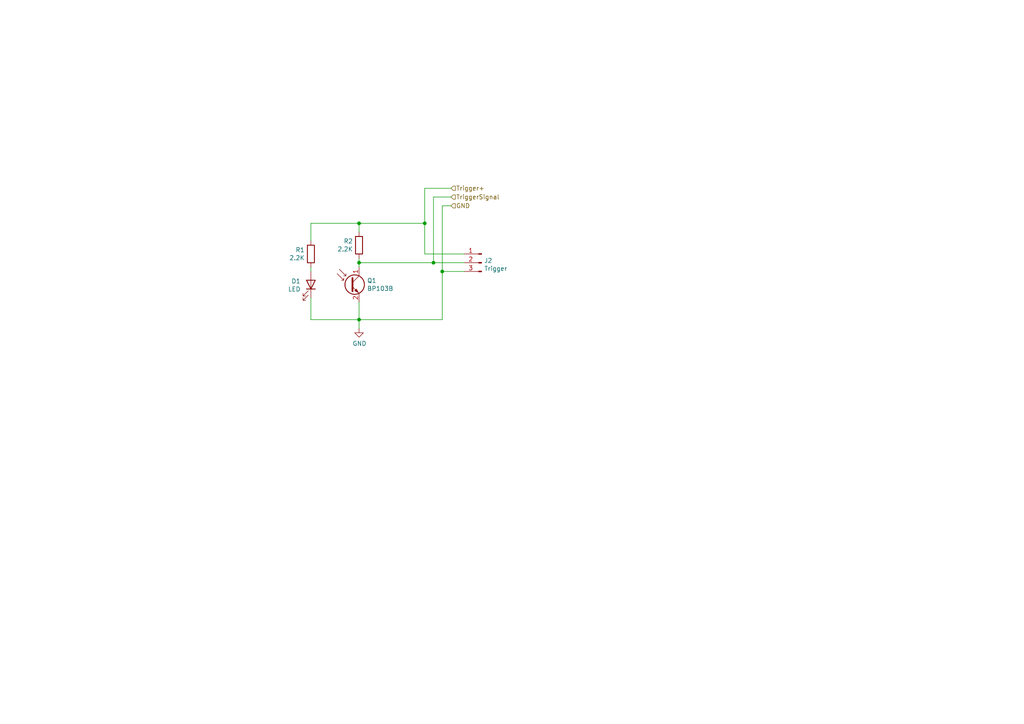
<source format=kicad_sch>
(kicad_sch (version 20211123) (generator eeschema)
  (paper "A4")
  (title_block (title "Auto Trigger") (date "2021-05-20") (rev "1"))
  (lib_symbols
    (symbol "Connector:Conn_01x03_Male" (pin_names (offset 1.016) hide)
      (property "Reference" "J" (at 0 5.08 0))
      (property "Value" "Conn_01x03_Male" (at 0 -5.08 0))
      (symbol "Conn_01x03_Male_1_1"
        (polyline (pts (xy 1.27 -2.54) (xy 0.8636 -2.54)) (stroke (width 0.1524)))
        (polyline (pts (xy 1.27 0) (xy 0.8636 0)) (stroke (width 0.1524)))
        (polyline (pts (xy 1.27 2.54) (xy 0.8636 2.54)) (stroke (width 0.1524)))
        (rectangle (start 0.8636 -2.413) (end 0 -2.667) (stroke (width 0.1524)) (fill (type outline)))
        (rectangle (start 0.8636 0.127) (end 0 -0.127) (stroke (width 0.1524)) (fill (type outline)))
        (rectangle (start 0.8636 2.667) (end 0 2.413) (stroke (width 0.1524)) (fill (type outline)))
        (pin passive line (at 5.08 2.54 180) (length 3.81) (name "Pin_1") (number "1"))
        (pin passive line (at 5.08 0 180) (length 3.81) (name "Pin_2") (number "2"))
        (pin passive line (at 5.08 -2.54 180) (length 3.81) (name "Pin_3") (number "3"))
      )
    )
    (symbol "Device:LED" (pin_numbers hide) (pin_names (offset 1.016) hide)
      (property "Reference" "D" (at 0 2.54 0))
      (property "Value" "LED" (at 0 -2.54 0))
      (symbol "LED_0_1"
        (polyline (pts (xy -1.27 -1.27) (xy -1.27 1.27)) (stroke (width 0.254)))
        (polyline (pts (xy -1.27 0) (xy 1.27 0)))
        (polyline (pts (xy 1.27 -1.27) (xy 1.27 1.27) (xy -1.27 0) (xy 1.27 -1.27)) (stroke (width 0.254)))
        (polyline (pts (xy -3.048 -0.762) (xy -4.572 -2.286) (xy -3.81 -2.286) (xy -4.572 -2.286) (xy -4.572 -1.524)))
        (polyline (pts (xy -1.778 -0.762) (xy -3.302 -2.286) (xy -2.54 -2.286) (xy -3.302 -2.286) (xy -3.302 -1.524)))
      )
      (symbol "LED_1_1"
        (pin passive line (at -3.81 0 0) (length 2.54) (name "K") (number "1"))
        (pin passive line (at 3.81 0 180) (length 2.54) (name "A") (number "2"))
      )
    )
    (symbol "Device:R" (pin_numbers hide) (pin_names (offset 0))
      (property "Reference" "R" (at 2.032 0 90))
      (property "Value" "R" (at 0 0 90))
      (symbol "R_0_1"
        (rectangle (start -1.016 -2.54) (end 1.016 2.54) (stroke (width 0.254)))
      )
      (symbol "R_1_1"
        (pin passive line (at 0 3.81 270) (length 1.27) (name "~") (number "1"))
        (pin passive line (at 0 -3.81 90) (length 1.27) (name "~") (number "2"))
      )
    )
    (symbol "Sensor_Optical:BP103B" (pin_names (offset 0) hide)
      (property "Reference" "Q" (at 5.08 1.27 0))
      (property "Value" "BP103B" (at 5.08 -1.27 0))
      (symbol "BP103B_0_1"
        (polyline (pts (xy -1.905 1.27) (xy -2.54 1.27)))
        (polyline (pts (xy -1.27 2.54) (xy -1.905 2.54)))
        (polyline (pts (xy 0.635 0.635) (xy 2.54 2.54)))
        (polyline (pts (xy -3.81 3.175) (xy -1.905 1.27) (xy -1.905 1.905)))
        (polyline (pts (xy -3.175 4.445) (xy -1.27 2.54) (xy -1.27 3.175)))
        (polyline (pts (xy 0.635 -0.635) (xy 2.54 -2.54) (xy 2.54 -2.54)))
        (polyline (pts (xy 0.635 1.905) (xy 0.635 -1.905) (xy 0.635 -1.905)) (stroke (width 0.508)))
        (polyline (pts (xy 1.27 -1.778) (xy 1.778 -1.27) (xy 2.286 -2.286) (xy 1.27 -1.778) (xy 1.27 -1.778)) (fill (type outline)))
        (circle (center 1.27 0) (radius 2.8194) (stroke (width 0.254)))
      )
      (symbol "BP103B_1_1"
        (pin passive line (at 2.54 5.08 270) (length 2.54) (name "C") (number "1"))
        (pin passive line (at 2.54 -5.08 90) (length 2.54) (name "E") (number "2"))
      )
    )
    (symbol "power:GND" (power) (pin_names (offset 0))
      (property "Value" "GND" (at 0 -3.81 0))
      (symbol "GND_0_1"
        (polyline (pts (xy 0 0) (xy 0 -1.27) (xy 1.27 -1.27) (xy 0 -2.54) (xy -1.27 -1.27) (xy 0 -1.27)))
      )
      (symbol "GND_1_1"
        (pin power_in line (at 0 0 270) (length 0) hide (name "GND") (number "1"))
      )
    )
  )
  (junction (at 128.27 78.74))
  (junction (at 125.73 76.2))
  (junction (at 123.19 64.77))
  (junction (at 104.14 76.2))
  (junction (at 104.14 92.71))
  (junction (at 104.14 64.77))
  (wire (pts (xy 90.17 64.77) (xy 104.14 64.77)))
  (wire (pts (xy 128.27 78.74) (xy 128.27 92.71)))
  (wire (pts (xy 104.14 76.2) (xy 104.14 77.47)))
  (wire (pts (xy 104.14 64.77) (xy 104.14 67.31)))
  (wire (pts (xy 104.14 64.77) (xy 123.19 64.77)))
  (wire (pts (xy 128.27 59.69) (xy 128.27 78.74)))
  (wire (pts (xy 123.19 73.66) (xy 134.62 73.66)))
  (wire (pts (xy 90.17 92.71) (xy 104.14 92.71)))
  (wire (pts (xy 125.73 57.15) (xy 130.81 57.15)))
  (wire (pts (xy 90.17 77.47) (xy 90.17 78.74)))
  (wire (pts (xy 104.14 95.25) (xy 104.14 92.71)))
  (wire (pts (xy 104.14 76.2) (xy 125.73 76.2)))
  (wire (pts (xy 130.81 54.61) (xy 123.19 54.61)))
  (wire (pts (xy 104.14 92.71) (xy 128.27 92.71)))
  (wire (pts (xy 125.73 57.15) (xy 125.73 76.2)))
  (wire (pts (xy 90.17 86.36) (xy 90.17 92.71)))
  (wire (pts (xy 125.73 76.2) (xy 134.62 76.2)))
  (wire (pts (xy 90.17 64.77) (xy 90.17 69.85)))
  (wire (pts (xy 123.19 64.77) (xy 123.19 73.66)))
  (wire (pts (xy 104.14 87.63) (xy 104.14 92.71)))
  (wire (pts (xy 128.27 78.74) (xy 134.62 78.74)))
  (wire (pts (xy 104.14 74.93) (xy 104.14 76.2)))
  (wire (pts (xy 128.27 59.69) (xy 130.81 59.69)))
  (wire (pts (xy 123.19 54.61) (xy 123.19 64.77)))
  (hierarchical_label "GND" (shape input) (at 130.81 59.69 0))
  (hierarchical_label "TriggerSignal" (shape input) (at 130.81 57.15 0))
  (hierarchical_label "Trigger+" (shape input) (at 130.81 54.61 0))
  (symbol (lib_id "Device:R") (at 90.17 73.66 0) (mirror y) (unit 1)
    (property "Reference" "R1" (at 88.392 72.4916 0) (effects (justify left)))
    (property "Value" "2.2K" (at 88.392 74.803 0) (effects (justify left)))
    (property "Footprint" "Resistor_THT:R_Axial_DIN0207_L6.3mm_D2.5mm_P7.62mm_Horizontal" (effects hide))
  )
  (symbol (lib_id "Device:LED") (at 90.17 82.55 270) (mirror x) (unit 1)
    (property "Reference" "D1" (at 87.1982 81.5594 90) (effects (justify right)))
    (property "Value" "LED" (at 87.1982 83.8708 90) (effects (justify right)))
    (property "Footprint" "LED_THT:LED_D3.0mm_FlatTop" (effects hide))
  )
  (symbol (lib_id "Device:R") (at 104.14 71.12 0) (mirror y) (unit 1)
    (property "Reference" "R2" (at 102.362 69.9516 0) (effects (justify left)))
    (property "Value" "2.2K" (at 102.362 72.263 0) (effects (justify left)))
    (property "Footprint" "Resistor_THT:R_Axial_DIN0207_L6.3mm_D2.5mm_P7.62mm_Horizontal" (effects hide))
  )
  (symbol (lib_id "Connector:Conn_01x03_Male") (at 139.7 76.2 0) (mirror y) (unit 1)
    (property "Reference" "J2" (at 140.4112 75.5904 0) (effects (justify right)))
    (property "Value" "Trigger" (at 140.4112 77.9018 0) (effects (justify right)))
    (property "Footprint" "Connector_PinHeader_2.54mm:PinHeader_1x03_P2.54mm_Vertical" (effects hide))
  )
  (symbol (lib_id "power:GND") (at 104.14 95.25 0) (unit 1)
    (property "Reference" "#PWR?" (effects hide))
    (property "Value" "GND" (at 104.267 99.6442 0))
  )
  (symbol (lib_id "Sensor_Optical:BP103B") (at 101.6 82.55 0) (unit 1)
    (property "Reference" "Q1" (at 106.4514 81.3816 0) (effects (justify left)))
    (property "Value" "BP103B" (at 106.4514 83.693 0) (effects (justify left)))
    (property "Footprint" "LED_THT:LED_D5.0mm_Clear" (effects hide))
    (property "Datasheet" "http://www.b-kainka.de/Daten/Sensor/bp103bf.pdf" (effects hide))
  )
)
</source>
